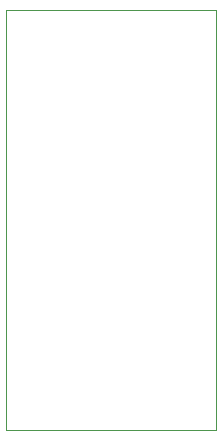
<source format=gm1>
G04 #@! TF.GenerationSoftware,KiCad,Pcbnew,9.0.6*
G04 #@! TF.CreationDate,2026-01-05T13:28:29-06:00*
G04 #@! TF.ProjectId,SSOP-28_5.3x10.2_P0.65,53534f50-2d32-4385-9f35-2e337831302e,rev?*
G04 #@! TF.SameCoordinates,Original*
G04 #@! TF.FileFunction,Profile,NP*
%FSLAX46Y46*%
G04 Gerber Fmt 4.6, Leading zero omitted, Abs format (unit mm)*
G04 Created by KiCad (PCBNEW 9.0.6) date 2026-01-05 13:28:29*
%MOMM*%
%LPD*%
G01*
G04 APERTURE LIST*
G04 #@! TA.AperFunction,Profile*
%ADD10C,0.050000*%
G04 #@! TD*
G04 APERTURE END LIST*
D10*
X122682000Y-85344000D02*
X140462000Y-85344000D01*
X140462000Y-120904000D01*
X122682000Y-120904000D01*
X122682000Y-85344000D01*
M02*

</source>
